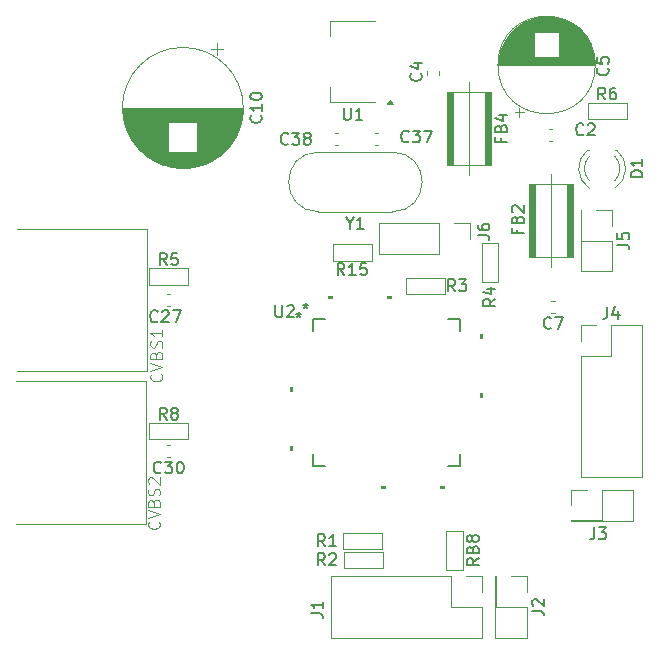
<source format=gbr>
%TF.GenerationSoftware,KiCad,Pcbnew,9.0.0*%
%TF.CreationDate,2025-03-16T19:50:11+02:00*%
%TF.ProjectId,TVP5147M1_decoder,54565035-3134-4374-9d31-5f6465636f64,rev?*%
%TF.SameCoordinates,Original*%
%TF.FileFunction,Legend,Top*%
%TF.FilePolarity,Positive*%
%FSLAX46Y46*%
G04 Gerber Fmt 4.6, Leading zero omitted, Abs format (unit mm)*
G04 Created by KiCad (PCBNEW 9.0.0) date 2025-03-16 19:50:11*
%MOMM*%
%LPD*%
G01*
G04 APERTURE LIST*
%ADD10C,0.150000*%
%ADD11C,0.100000*%
%ADD12C,0.120000*%
%ADD13C,0.000000*%
%ADD14C,0.152400*%
G04 APERTURE END LIST*
D10*
X141908333Y-69759580D02*
X141860714Y-69807200D01*
X141860714Y-69807200D02*
X141717857Y-69854819D01*
X141717857Y-69854819D02*
X141622619Y-69854819D01*
X141622619Y-69854819D02*
X141479762Y-69807200D01*
X141479762Y-69807200D02*
X141384524Y-69711961D01*
X141384524Y-69711961D02*
X141336905Y-69616723D01*
X141336905Y-69616723D02*
X141289286Y-69426247D01*
X141289286Y-69426247D02*
X141289286Y-69283390D01*
X141289286Y-69283390D02*
X141336905Y-69092914D01*
X141336905Y-69092914D02*
X141384524Y-68997676D01*
X141384524Y-68997676D02*
X141479762Y-68902438D01*
X141479762Y-68902438D02*
X141622619Y-68854819D01*
X141622619Y-68854819D02*
X141717857Y-68854819D01*
X141717857Y-68854819D02*
X141860714Y-68902438D01*
X141860714Y-68902438D02*
X141908333Y-68950057D01*
X142289286Y-68950057D02*
X142336905Y-68902438D01*
X142336905Y-68902438D02*
X142432143Y-68854819D01*
X142432143Y-68854819D02*
X142670238Y-68854819D01*
X142670238Y-68854819D02*
X142765476Y-68902438D01*
X142765476Y-68902438D02*
X142813095Y-68950057D01*
X142813095Y-68950057D02*
X142860714Y-69045295D01*
X142860714Y-69045295D02*
X142860714Y-69140533D01*
X142860714Y-69140533D02*
X142813095Y-69283390D01*
X142813095Y-69283390D02*
X142241667Y-69854819D01*
X142241667Y-69854819D02*
X142860714Y-69854819D01*
X146914819Y-73408094D02*
X145914819Y-73408094D01*
X145914819Y-73408094D02*
X145914819Y-73169999D01*
X145914819Y-73169999D02*
X145962438Y-73027142D01*
X145962438Y-73027142D02*
X146057676Y-72931904D01*
X146057676Y-72931904D02*
X146152914Y-72884285D01*
X146152914Y-72884285D02*
X146343390Y-72836666D01*
X146343390Y-72836666D02*
X146486247Y-72836666D01*
X146486247Y-72836666D02*
X146676723Y-72884285D01*
X146676723Y-72884285D02*
X146771961Y-72931904D01*
X146771961Y-72931904D02*
X146867200Y-73027142D01*
X146867200Y-73027142D02*
X146914819Y-73169999D01*
X146914819Y-73169999D02*
X146914819Y-73408094D01*
X146914819Y-71884285D02*
X146914819Y-72455713D01*
X146914819Y-72169999D02*
X145914819Y-72169999D01*
X145914819Y-72169999D02*
X146057676Y-72265237D01*
X146057676Y-72265237D02*
X146152914Y-72360475D01*
X146152914Y-72360475D02*
X146200533Y-72455713D01*
X127117150Y-70359580D02*
X127069531Y-70407200D01*
X127069531Y-70407200D02*
X126926674Y-70454819D01*
X126926674Y-70454819D02*
X126831436Y-70454819D01*
X126831436Y-70454819D02*
X126688579Y-70407200D01*
X126688579Y-70407200D02*
X126593341Y-70311961D01*
X126593341Y-70311961D02*
X126545722Y-70216723D01*
X126545722Y-70216723D02*
X126498103Y-70026247D01*
X126498103Y-70026247D02*
X126498103Y-69883390D01*
X126498103Y-69883390D02*
X126545722Y-69692914D01*
X126545722Y-69692914D02*
X126593341Y-69597676D01*
X126593341Y-69597676D02*
X126688579Y-69502438D01*
X126688579Y-69502438D02*
X126831436Y-69454819D01*
X126831436Y-69454819D02*
X126926674Y-69454819D01*
X126926674Y-69454819D02*
X127069531Y-69502438D01*
X127069531Y-69502438D02*
X127117150Y-69550057D01*
X127450484Y-69454819D02*
X128069531Y-69454819D01*
X128069531Y-69454819D02*
X127736198Y-69835771D01*
X127736198Y-69835771D02*
X127879055Y-69835771D01*
X127879055Y-69835771D02*
X127974293Y-69883390D01*
X127974293Y-69883390D02*
X128021912Y-69931009D01*
X128021912Y-69931009D02*
X128069531Y-70026247D01*
X128069531Y-70026247D02*
X128069531Y-70264342D01*
X128069531Y-70264342D02*
X128021912Y-70359580D01*
X128021912Y-70359580D02*
X127974293Y-70407200D01*
X127974293Y-70407200D02*
X127879055Y-70454819D01*
X127879055Y-70454819D02*
X127593341Y-70454819D01*
X127593341Y-70454819D02*
X127498103Y-70407200D01*
X127498103Y-70407200D02*
X127450484Y-70359580D01*
X128402865Y-69454819D02*
X129069531Y-69454819D01*
X129069531Y-69454819D02*
X128640960Y-70454819D01*
X115838095Y-84254819D02*
X115838095Y-85064342D01*
X115838095Y-85064342D02*
X115885714Y-85159580D01*
X115885714Y-85159580D02*
X115933333Y-85207200D01*
X115933333Y-85207200D02*
X116028571Y-85254819D01*
X116028571Y-85254819D02*
X116219047Y-85254819D01*
X116219047Y-85254819D02*
X116314285Y-85207200D01*
X116314285Y-85207200D02*
X116361904Y-85159580D01*
X116361904Y-85159580D02*
X116409523Y-85064342D01*
X116409523Y-85064342D02*
X116409523Y-84254819D01*
X116838095Y-84350057D02*
X116885714Y-84302438D01*
X116885714Y-84302438D02*
X116980952Y-84254819D01*
X116980952Y-84254819D02*
X117219047Y-84254819D01*
X117219047Y-84254819D02*
X117314285Y-84302438D01*
X117314285Y-84302438D02*
X117361904Y-84350057D01*
X117361904Y-84350057D02*
X117409523Y-84445295D01*
X117409523Y-84445295D02*
X117409523Y-84540533D01*
X117409523Y-84540533D02*
X117361904Y-84683390D01*
X117361904Y-84683390D02*
X116790476Y-85254819D01*
X116790476Y-85254819D02*
X117409523Y-85254819D01*
X118400000Y-84054819D02*
X118400000Y-84292914D01*
X118161905Y-84197676D02*
X118400000Y-84292914D01*
X118400000Y-84292914D02*
X118638095Y-84197676D01*
X118257143Y-84483390D02*
X118400000Y-84292914D01*
X118400000Y-84292914D02*
X118542857Y-84483390D01*
X117800000Y-84854819D02*
X117800000Y-85092914D01*
X117561905Y-84997676D02*
X117800000Y-85092914D01*
X117800000Y-85092914D02*
X118038095Y-84997676D01*
X117657143Y-85283390D02*
X117800000Y-85092914D01*
X117800000Y-85092914D02*
X117942857Y-85283390D01*
X136331009Y-77833333D02*
X136331009Y-78166666D01*
X136854819Y-78166666D02*
X135854819Y-78166666D01*
X135854819Y-78166666D02*
X135854819Y-77690476D01*
X136331009Y-76976190D02*
X136378628Y-76833333D01*
X136378628Y-76833333D02*
X136426247Y-76785714D01*
X136426247Y-76785714D02*
X136521485Y-76738095D01*
X136521485Y-76738095D02*
X136664342Y-76738095D01*
X136664342Y-76738095D02*
X136759580Y-76785714D01*
X136759580Y-76785714D02*
X136807200Y-76833333D01*
X136807200Y-76833333D02*
X136854819Y-76928571D01*
X136854819Y-76928571D02*
X136854819Y-77309523D01*
X136854819Y-77309523D02*
X135854819Y-77309523D01*
X135854819Y-77309523D02*
X135854819Y-76976190D01*
X135854819Y-76976190D02*
X135902438Y-76880952D01*
X135902438Y-76880952D02*
X135950057Y-76833333D01*
X135950057Y-76833333D02*
X136045295Y-76785714D01*
X136045295Y-76785714D02*
X136140533Y-76785714D01*
X136140533Y-76785714D02*
X136235771Y-76833333D01*
X136235771Y-76833333D02*
X136283390Y-76880952D01*
X136283390Y-76880952D02*
X136331009Y-76976190D01*
X136331009Y-76976190D02*
X136331009Y-77309523D01*
X135950057Y-76357142D02*
X135902438Y-76309523D01*
X135902438Y-76309523D02*
X135854819Y-76214285D01*
X135854819Y-76214285D02*
X135854819Y-75976190D01*
X135854819Y-75976190D02*
X135902438Y-75880952D01*
X135902438Y-75880952D02*
X135950057Y-75833333D01*
X135950057Y-75833333D02*
X136045295Y-75785714D01*
X136045295Y-75785714D02*
X136140533Y-75785714D01*
X136140533Y-75785714D02*
X136283390Y-75833333D01*
X136283390Y-75833333D02*
X136854819Y-76404761D01*
X136854819Y-76404761D02*
X136854819Y-75785714D01*
X121682142Y-81684819D02*
X121348809Y-81208628D01*
X121110714Y-81684819D02*
X121110714Y-80684819D01*
X121110714Y-80684819D02*
X121491666Y-80684819D01*
X121491666Y-80684819D02*
X121586904Y-80732438D01*
X121586904Y-80732438D02*
X121634523Y-80780057D01*
X121634523Y-80780057D02*
X121682142Y-80875295D01*
X121682142Y-80875295D02*
X121682142Y-81018152D01*
X121682142Y-81018152D02*
X121634523Y-81113390D01*
X121634523Y-81113390D02*
X121586904Y-81161009D01*
X121586904Y-81161009D02*
X121491666Y-81208628D01*
X121491666Y-81208628D02*
X121110714Y-81208628D01*
X122634523Y-81684819D02*
X122063095Y-81684819D01*
X122348809Y-81684819D02*
X122348809Y-80684819D01*
X122348809Y-80684819D02*
X122253571Y-80827676D01*
X122253571Y-80827676D02*
X122158333Y-80922914D01*
X122158333Y-80922914D02*
X122063095Y-80970533D01*
X123539285Y-80684819D02*
X123063095Y-80684819D01*
X123063095Y-80684819D02*
X123015476Y-81161009D01*
X123015476Y-81161009D02*
X123063095Y-81113390D01*
X123063095Y-81113390D02*
X123158333Y-81065771D01*
X123158333Y-81065771D02*
X123396428Y-81065771D01*
X123396428Y-81065771D02*
X123491666Y-81113390D01*
X123491666Y-81113390D02*
X123539285Y-81161009D01*
X123539285Y-81161009D02*
X123586904Y-81256247D01*
X123586904Y-81256247D02*
X123586904Y-81494342D01*
X123586904Y-81494342D02*
X123539285Y-81589580D01*
X123539285Y-81589580D02*
X123491666Y-81637200D01*
X123491666Y-81637200D02*
X123396428Y-81684819D01*
X123396428Y-81684819D02*
X123158333Y-81684819D01*
X123158333Y-81684819D02*
X123063095Y-81637200D01*
X123063095Y-81637200D02*
X123015476Y-81589580D01*
X139170833Y-86159580D02*
X139123214Y-86207200D01*
X139123214Y-86207200D02*
X138980357Y-86254819D01*
X138980357Y-86254819D02*
X138885119Y-86254819D01*
X138885119Y-86254819D02*
X138742262Y-86207200D01*
X138742262Y-86207200D02*
X138647024Y-86111961D01*
X138647024Y-86111961D02*
X138599405Y-86016723D01*
X138599405Y-86016723D02*
X138551786Y-85826247D01*
X138551786Y-85826247D02*
X138551786Y-85683390D01*
X138551786Y-85683390D02*
X138599405Y-85492914D01*
X138599405Y-85492914D02*
X138647024Y-85397676D01*
X138647024Y-85397676D02*
X138742262Y-85302438D01*
X138742262Y-85302438D02*
X138885119Y-85254819D01*
X138885119Y-85254819D02*
X138980357Y-85254819D01*
X138980357Y-85254819D02*
X139123214Y-85302438D01*
X139123214Y-85302438D02*
X139170833Y-85350057D01*
X139504167Y-85254819D02*
X140170833Y-85254819D01*
X140170833Y-85254819D02*
X139742262Y-86254819D01*
X114609580Y-68175180D02*
X114657200Y-68222799D01*
X114657200Y-68222799D02*
X114704819Y-68365656D01*
X114704819Y-68365656D02*
X114704819Y-68460894D01*
X114704819Y-68460894D02*
X114657200Y-68603751D01*
X114657200Y-68603751D02*
X114561961Y-68698989D01*
X114561961Y-68698989D02*
X114466723Y-68746608D01*
X114466723Y-68746608D02*
X114276247Y-68794227D01*
X114276247Y-68794227D02*
X114133390Y-68794227D01*
X114133390Y-68794227D02*
X113942914Y-68746608D01*
X113942914Y-68746608D02*
X113847676Y-68698989D01*
X113847676Y-68698989D02*
X113752438Y-68603751D01*
X113752438Y-68603751D02*
X113704819Y-68460894D01*
X113704819Y-68460894D02*
X113704819Y-68365656D01*
X113704819Y-68365656D02*
X113752438Y-68222799D01*
X113752438Y-68222799D02*
X113800057Y-68175180D01*
X114704819Y-67222799D02*
X114704819Y-67794227D01*
X114704819Y-67508513D02*
X113704819Y-67508513D01*
X113704819Y-67508513D02*
X113847676Y-67603751D01*
X113847676Y-67603751D02*
X113942914Y-67698989D01*
X113942914Y-67698989D02*
X113990533Y-67794227D01*
X113704819Y-66603751D02*
X113704819Y-66508513D01*
X113704819Y-66508513D02*
X113752438Y-66413275D01*
X113752438Y-66413275D02*
X113800057Y-66365656D01*
X113800057Y-66365656D02*
X113895295Y-66318037D01*
X113895295Y-66318037D02*
X114085771Y-66270418D01*
X114085771Y-66270418D02*
X114323866Y-66270418D01*
X114323866Y-66270418D02*
X114514342Y-66318037D01*
X114514342Y-66318037D02*
X114609580Y-66365656D01*
X114609580Y-66365656D02*
X114657200Y-66413275D01*
X114657200Y-66413275D02*
X114704819Y-66508513D01*
X114704819Y-66508513D02*
X114704819Y-66603751D01*
X114704819Y-66603751D02*
X114657200Y-66698989D01*
X114657200Y-66698989D02*
X114609580Y-66746608D01*
X114609580Y-66746608D02*
X114514342Y-66794227D01*
X114514342Y-66794227D02*
X114323866Y-66841846D01*
X114323866Y-66841846D02*
X114085771Y-66841846D01*
X114085771Y-66841846D02*
X113895295Y-66794227D01*
X113895295Y-66794227D02*
X113800057Y-66746608D01*
X113800057Y-66746608D02*
X113752438Y-66698989D01*
X113752438Y-66698989D02*
X113704819Y-66603751D01*
D11*
X105962180Y-102571428D02*
X106009800Y-102619047D01*
X106009800Y-102619047D02*
X106057419Y-102761904D01*
X106057419Y-102761904D02*
X106057419Y-102857142D01*
X106057419Y-102857142D02*
X106009800Y-102999999D01*
X106009800Y-102999999D02*
X105914561Y-103095237D01*
X105914561Y-103095237D02*
X105819323Y-103142856D01*
X105819323Y-103142856D02*
X105628847Y-103190475D01*
X105628847Y-103190475D02*
X105485990Y-103190475D01*
X105485990Y-103190475D02*
X105295514Y-103142856D01*
X105295514Y-103142856D02*
X105200276Y-103095237D01*
X105200276Y-103095237D02*
X105105038Y-102999999D01*
X105105038Y-102999999D02*
X105057419Y-102857142D01*
X105057419Y-102857142D02*
X105057419Y-102761904D01*
X105057419Y-102761904D02*
X105105038Y-102619047D01*
X105105038Y-102619047D02*
X105152657Y-102571428D01*
X105057419Y-102285713D02*
X106057419Y-101952380D01*
X106057419Y-101952380D02*
X105057419Y-101619047D01*
X105533609Y-100952380D02*
X105581228Y-100809523D01*
X105581228Y-100809523D02*
X105628847Y-100761904D01*
X105628847Y-100761904D02*
X105724085Y-100714285D01*
X105724085Y-100714285D02*
X105866942Y-100714285D01*
X105866942Y-100714285D02*
X105962180Y-100761904D01*
X105962180Y-100761904D02*
X106009800Y-100809523D01*
X106009800Y-100809523D02*
X106057419Y-100904761D01*
X106057419Y-100904761D02*
X106057419Y-101285713D01*
X106057419Y-101285713D02*
X105057419Y-101285713D01*
X105057419Y-101285713D02*
X105057419Y-100952380D01*
X105057419Y-100952380D02*
X105105038Y-100857142D01*
X105105038Y-100857142D02*
X105152657Y-100809523D01*
X105152657Y-100809523D02*
X105247895Y-100761904D01*
X105247895Y-100761904D02*
X105343133Y-100761904D01*
X105343133Y-100761904D02*
X105438371Y-100809523D01*
X105438371Y-100809523D02*
X105485990Y-100857142D01*
X105485990Y-100857142D02*
X105533609Y-100952380D01*
X105533609Y-100952380D02*
X105533609Y-101285713D01*
X106009800Y-100333332D02*
X106057419Y-100190475D01*
X106057419Y-100190475D02*
X106057419Y-99952380D01*
X106057419Y-99952380D02*
X106009800Y-99857142D01*
X106009800Y-99857142D02*
X105962180Y-99809523D01*
X105962180Y-99809523D02*
X105866942Y-99761904D01*
X105866942Y-99761904D02*
X105771704Y-99761904D01*
X105771704Y-99761904D02*
X105676466Y-99809523D01*
X105676466Y-99809523D02*
X105628847Y-99857142D01*
X105628847Y-99857142D02*
X105581228Y-99952380D01*
X105581228Y-99952380D02*
X105533609Y-100142856D01*
X105533609Y-100142856D02*
X105485990Y-100238094D01*
X105485990Y-100238094D02*
X105438371Y-100285713D01*
X105438371Y-100285713D02*
X105343133Y-100333332D01*
X105343133Y-100333332D02*
X105247895Y-100333332D01*
X105247895Y-100333332D02*
X105152657Y-100285713D01*
X105152657Y-100285713D02*
X105105038Y-100238094D01*
X105105038Y-100238094D02*
X105057419Y-100142856D01*
X105057419Y-100142856D02*
X105057419Y-99904761D01*
X105057419Y-99904761D02*
X105105038Y-99761904D01*
X105152657Y-99380951D02*
X105105038Y-99333332D01*
X105105038Y-99333332D02*
X105057419Y-99238094D01*
X105057419Y-99238094D02*
X105057419Y-98999999D01*
X105057419Y-98999999D02*
X105105038Y-98904761D01*
X105105038Y-98904761D02*
X105152657Y-98857142D01*
X105152657Y-98857142D02*
X105247895Y-98809523D01*
X105247895Y-98809523D02*
X105343133Y-98809523D01*
X105343133Y-98809523D02*
X105485990Y-98857142D01*
X105485990Y-98857142D02*
X106057419Y-99428570D01*
X106057419Y-99428570D02*
X106057419Y-98809523D01*
D10*
X143758333Y-66824819D02*
X143425000Y-66348628D01*
X143186905Y-66824819D02*
X143186905Y-65824819D01*
X143186905Y-65824819D02*
X143567857Y-65824819D01*
X143567857Y-65824819D02*
X143663095Y-65872438D01*
X143663095Y-65872438D02*
X143710714Y-65920057D01*
X143710714Y-65920057D02*
X143758333Y-66015295D01*
X143758333Y-66015295D02*
X143758333Y-66158152D01*
X143758333Y-66158152D02*
X143710714Y-66253390D01*
X143710714Y-66253390D02*
X143663095Y-66301009D01*
X143663095Y-66301009D02*
X143567857Y-66348628D01*
X143567857Y-66348628D02*
X143186905Y-66348628D01*
X144615476Y-65824819D02*
X144425000Y-65824819D01*
X144425000Y-65824819D02*
X144329762Y-65872438D01*
X144329762Y-65872438D02*
X144282143Y-65920057D01*
X144282143Y-65920057D02*
X144186905Y-66062914D01*
X144186905Y-66062914D02*
X144139286Y-66253390D01*
X144139286Y-66253390D02*
X144139286Y-66634342D01*
X144139286Y-66634342D02*
X144186905Y-66729580D01*
X144186905Y-66729580D02*
X144234524Y-66777200D01*
X144234524Y-66777200D02*
X144329762Y-66824819D01*
X144329762Y-66824819D02*
X144520238Y-66824819D01*
X144520238Y-66824819D02*
X144615476Y-66777200D01*
X144615476Y-66777200D02*
X144663095Y-66729580D01*
X144663095Y-66729580D02*
X144710714Y-66634342D01*
X144710714Y-66634342D02*
X144710714Y-66396247D01*
X144710714Y-66396247D02*
X144663095Y-66301009D01*
X144663095Y-66301009D02*
X144615476Y-66253390D01*
X144615476Y-66253390D02*
X144520238Y-66205771D01*
X144520238Y-66205771D02*
X144329762Y-66205771D01*
X144329762Y-66205771D02*
X144234524Y-66253390D01*
X144234524Y-66253390D02*
X144186905Y-66301009D01*
X144186905Y-66301009D02*
X144139286Y-66396247D01*
X133054819Y-105666666D02*
X132578628Y-105999999D01*
X133054819Y-106238094D02*
X132054819Y-106238094D01*
X132054819Y-106238094D02*
X132054819Y-105857142D01*
X132054819Y-105857142D02*
X132102438Y-105761904D01*
X132102438Y-105761904D02*
X132150057Y-105714285D01*
X132150057Y-105714285D02*
X132245295Y-105666666D01*
X132245295Y-105666666D02*
X132388152Y-105666666D01*
X132388152Y-105666666D02*
X132483390Y-105714285D01*
X132483390Y-105714285D02*
X132531009Y-105761904D01*
X132531009Y-105761904D02*
X132578628Y-105857142D01*
X132578628Y-105857142D02*
X132578628Y-106238094D01*
X132531009Y-104904761D02*
X132578628Y-104761904D01*
X132578628Y-104761904D02*
X132626247Y-104714285D01*
X132626247Y-104714285D02*
X132721485Y-104666666D01*
X132721485Y-104666666D02*
X132864342Y-104666666D01*
X132864342Y-104666666D02*
X132959580Y-104714285D01*
X132959580Y-104714285D02*
X133007200Y-104761904D01*
X133007200Y-104761904D02*
X133054819Y-104857142D01*
X133054819Y-104857142D02*
X133054819Y-105238094D01*
X133054819Y-105238094D02*
X132054819Y-105238094D01*
X132054819Y-105238094D02*
X132054819Y-104904761D01*
X132054819Y-104904761D02*
X132102438Y-104809523D01*
X132102438Y-104809523D02*
X132150057Y-104761904D01*
X132150057Y-104761904D02*
X132245295Y-104714285D01*
X132245295Y-104714285D02*
X132340533Y-104714285D01*
X132340533Y-104714285D02*
X132435771Y-104761904D01*
X132435771Y-104761904D02*
X132483390Y-104809523D01*
X132483390Y-104809523D02*
X132531009Y-104904761D01*
X132531009Y-104904761D02*
X132531009Y-105238094D01*
X132483390Y-104095237D02*
X132435771Y-104190475D01*
X132435771Y-104190475D02*
X132388152Y-104238094D01*
X132388152Y-104238094D02*
X132292914Y-104285713D01*
X132292914Y-104285713D02*
X132245295Y-104285713D01*
X132245295Y-104285713D02*
X132150057Y-104238094D01*
X132150057Y-104238094D02*
X132102438Y-104190475D01*
X132102438Y-104190475D02*
X132054819Y-104095237D01*
X132054819Y-104095237D02*
X132054819Y-103904761D01*
X132054819Y-103904761D02*
X132102438Y-103809523D01*
X132102438Y-103809523D02*
X132150057Y-103761904D01*
X132150057Y-103761904D02*
X132245295Y-103714285D01*
X132245295Y-103714285D02*
X132292914Y-103714285D01*
X132292914Y-103714285D02*
X132388152Y-103761904D01*
X132388152Y-103761904D02*
X132435771Y-103809523D01*
X132435771Y-103809523D02*
X132483390Y-103904761D01*
X132483390Y-103904761D02*
X132483390Y-104095237D01*
X132483390Y-104095237D02*
X132531009Y-104190475D01*
X132531009Y-104190475D02*
X132578628Y-104238094D01*
X132578628Y-104238094D02*
X132673866Y-104285713D01*
X132673866Y-104285713D02*
X132864342Y-104285713D01*
X132864342Y-104285713D02*
X132959580Y-104238094D01*
X132959580Y-104238094D02*
X133007200Y-104190475D01*
X133007200Y-104190475D02*
X133054819Y-104095237D01*
X133054819Y-104095237D02*
X133054819Y-103904761D01*
X133054819Y-103904761D02*
X133007200Y-103809523D01*
X133007200Y-103809523D02*
X132959580Y-103761904D01*
X132959580Y-103761904D02*
X132864342Y-103714285D01*
X132864342Y-103714285D02*
X132673866Y-103714285D01*
X132673866Y-103714285D02*
X132578628Y-103761904D01*
X132578628Y-103761904D02*
X132531009Y-103809523D01*
X132531009Y-103809523D02*
X132483390Y-103904761D01*
X132954819Y-78333333D02*
X133669104Y-78333333D01*
X133669104Y-78333333D02*
X133811961Y-78380952D01*
X133811961Y-78380952D02*
X133907200Y-78476190D01*
X133907200Y-78476190D02*
X133954819Y-78619047D01*
X133954819Y-78619047D02*
X133954819Y-78714285D01*
X132954819Y-77428571D02*
X132954819Y-77619047D01*
X132954819Y-77619047D02*
X133002438Y-77714285D01*
X133002438Y-77714285D02*
X133050057Y-77761904D01*
X133050057Y-77761904D02*
X133192914Y-77857142D01*
X133192914Y-77857142D02*
X133383390Y-77904761D01*
X133383390Y-77904761D02*
X133764342Y-77904761D01*
X133764342Y-77904761D02*
X133859580Y-77857142D01*
X133859580Y-77857142D02*
X133907200Y-77809523D01*
X133907200Y-77809523D02*
X133954819Y-77714285D01*
X133954819Y-77714285D02*
X133954819Y-77523809D01*
X133954819Y-77523809D02*
X133907200Y-77428571D01*
X133907200Y-77428571D02*
X133859580Y-77380952D01*
X133859580Y-77380952D02*
X133764342Y-77333333D01*
X133764342Y-77333333D02*
X133526247Y-77333333D01*
X133526247Y-77333333D02*
X133431009Y-77380952D01*
X133431009Y-77380952D02*
X133383390Y-77428571D01*
X133383390Y-77428571D02*
X133335771Y-77523809D01*
X133335771Y-77523809D02*
X133335771Y-77714285D01*
X133335771Y-77714285D02*
X133383390Y-77809523D01*
X133383390Y-77809523D02*
X133431009Y-77857142D01*
X133431009Y-77857142D02*
X133526247Y-77904761D01*
X144784819Y-79103333D02*
X145499104Y-79103333D01*
X145499104Y-79103333D02*
X145641961Y-79150952D01*
X145641961Y-79150952D02*
X145737200Y-79246190D01*
X145737200Y-79246190D02*
X145784819Y-79389047D01*
X145784819Y-79389047D02*
X145784819Y-79484285D01*
X144784819Y-78150952D02*
X144784819Y-78627142D01*
X144784819Y-78627142D02*
X145261009Y-78674761D01*
X145261009Y-78674761D02*
X145213390Y-78627142D01*
X145213390Y-78627142D02*
X145165771Y-78531904D01*
X145165771Y-78531904D02*
X145165771Y-78293809D01*
X145165771Y-78293809D02*
X145213390Y-78198571D01*
X145213390Y-78198571D02*
X145261009Y-78150952D01*
X145261009Y-78150952D02*
X145356247Y-78103333D01*
X145356247Y-78103333D02*
X145594342Y-78103333D01*
X145594342Y-78103333D02*
X145689580Y-78150952D01*
X145689580Y-78150952D02*
X145737200Y-78198571D01*
X145737200Y-78198571D02*
X145784819Y-78293809D01*
X145784819Y-78293809D02*
X145784819Y-78531904D01*
X145784819Y-78531904D02*
X145737200Y-78627142D01*
X145737200Y-78627142D02*
X145689580Y-78674761D01*
X120033333Y-104654819D02*
X119700000Y-104178628D01*
X119461905Y-104654819D02*
X119461905Y-103654819D01*
X119461905Y-103654819D02*
X119842857Y-103654819D01*
X119842857Y-103654819D02*
X119938095Y-103702438D01*
X119938095Y-103702438D02*
X119985714Y-103750057D01*
X119985714Y-103750057D02*
X120033333Y-103845295D01*
X120033333Y-103845295D02*
X120033333Y-103988152D01*
X120033333Y-103988152D02*
X119985714Y-104083390D01*
X119985714Y-104083390D02*
X119938095Y-104131009D01*
X119938095Y-104131009D02*
X119842857Y-104178628D01*
X119842857Y-104178628D02*
X119461905Y-104178628D01*
X120985714Y-104654819D02*
X120414286Y-104654819D01*
X120700000Y-104654819D02*
X120700000Y-103654819D01*
X120700000Y-103654819D02*
X120604762Y-103797676D01*
X120604762Y-103797676D02*
X120509524Y-103892914D01*
X120509524Y-103892914D02*
X120414286Y-103940533D01*
X143959580Y-64166666D02*
X144007200Y-64214285D01*
X144007200Y-64214285D02*
X144054819Y-64357142D01*
X144054819Y-64357142D02*
X144054819Y-64452380D01*
X144054819Y-64452380D02*
X144007200Y-64595237D01*
X144007200Y-64595237D02*
X143911961Y-64690475D01*
X143911961Y-64690475D02*
X143816723Y-64738094D01*
X143816723Y-64738094D02*
X143626247Y-64785713D01*
X143626247Y-64785713D02*
X143483390Y-64785713D01*
X143483390Y-64785713D02*
X143292914Y-64738094D01*
X143292914Y-64738094D02*
X143197676Y-64690475D01*
X143197676Y-64690475D02*
X143102438Y-64595237D01*
X143102438Y-64595237D02*
X143054819Y-64452380D01*
X143054819Y-64452380D02*
X143054819Y-64357142D01*
X143054819Y-64357142D02*
X143102438Y-64214285D01*
X143102438Y-64214285D02*
X143150057Y-64166666D01*
X143054819Y-63261904D02*
X143054819Y-63738094D01*
X143054819Y-63738094D02*
X143531009Y-63785713D01*
X143531009Y-63785713D02*
X143483390Y-63738094D01*
X143483390Y-63738094D02*
X143435771Y-63642856D01*
X143435771Y-63642856D02*
X143435771Y-63404761D01*
X143435771Y-63404761D02*
X143483390Y-63309523D01*
X143483390Y-63309523D02*
X143531009Y-63261904D01*
X143531009Y-63261904D02*
X143626247Y-63214285D01*
X143626247Y-63214285D02*
X143864342Y-63214285D01*
X143864342Y-63214285D02*
X143959580Y-63261904D01*
X143959580Y-63261904D02*
X144007200Y-63309523D01*
X144007200Y-63309523D02*
X144054819Y-63404761D01*
X144054819Y-63404761D02*
X144054819Y-63642856D01*
X144054819Y-63642856D02*
X144007200Y-63738094D01*
X144007200Y-63738094D02*
X143959580Y-63785713D01*
X106633333Y-80824819D02*
X106300000Y-80348628D01*
X106061905Y-80824819D02*
X106061905Y-79824819D01*
X106061905Y-79824819D02*
X106442857Y-79824819D01*
X106442857Y-79824819D02*
X106538095Y-79872438D01*
X106538095Y-79872438D02*
X106585714Y-79920057D01*
X106585714Y-79920057D02*
X106633333Y-80015295D01*
X106633333Y-80015295D02*
X106633333Y-80158152D01*
X106633333Y-80158152D02*
X106585714Y-80253390D01*
X106585714Y-80253390D02*
X106538095Y-80301009D01*
X106538095Y-80301009D02*
X106442857Y-80348628D01*
X106442857Y-80348628D02*
X106061905Y-80348628D01*
X107538095Y-79824819D02*
X107061905Y-79824819D01*
X107061905Y-79824819D02*
X107014286Y-80301009D01*
X107014286Y-80301009D02*
X107061905Y-80253390D01*
X107061905Y-80253390D02*
X107157143Y-80205771D01*
X107157143Y-80205771D02*
X107395238Y-80205771D01*
X107395238Y-80205771D02*
X107490476Y-80253390D01*
X107490476Y-80253390D02*
X107538095Y-80301009D01*
X107538095Y-80301009D02*
X107585714Y-80396247D01*
X107585714Y-80396247D02*
X107585714Y-80634342D01*
X107585714Y-80634342D02*
X107538095Y-80729580D01*
X107538095Y-80729580D02*
X107490476Y-80777200D01*
X107490476Y-80777200D02*
X107395238Y-80824819D01*
X107395238Y-80824819D02*
X107157143Y-80824819D01*
X107157143Y-80824819D02*
X107061905Y-80777200D01*
X107061905Y-80777200D02*
X107014286Y-80729580D01*
X143936666Y-84384819D02*
X143936666Y-85099104D01*
X143936666Y-85099104D02*
X143889047Y-85241961D01*
X143889047Y-85241961D02*
X143793809Y-85337200D01*
X143793809Y-85337200D02*
X143650952Y-85384819D01*
X143650952Y-85384819D02*
X143555714Y-85384819D01*
X144841428Y-84718152D02*
X144841428Y-85384819D01*
X144603333Y-84337200D02*
X144365238Y-85051485D01*
X144365238Y-85051485D02*
X144984285Y-85051485D01*
X134454819Y-83704666D02*
X133978628Y-84037999D01*
X134454819Y-84276094D02*
X133454819Y-84276094D01*
X133454819Y-84276094D02*
X133454819Y-83895142D01*
X133454819Y-83895142D02*
X133502438Y-83799904D01*
X133502438Y-83799904D02*
X133550057Y-83752285D01*
X133550057Y-83752285D02*
X133645295Y-83704666D01*
X133645295Y-83704666D02*
X133788152Y-83704666D01*
X133788152Y-83704666D02*
X133883390Y-83752285D01*
X133883390Y-83752285D02*
X133931009Y-83799904D01*
X133931009Y-83799904D02*
X133978628Y-83895142D01*
X133978628Y-83895142D02*
X133978628Y-84276094D01*
X133788152Y-82847523D02*
X134454819Y-82847523D01*
X133407200Y-83085618D02*
X134121485Y-83323713D01*
X134121485Y-83323713D02*
X134121485Y-82704666D01*
X106633333Y-93924819D02*
X106300000Y-93448628D01*
X106061905Y-93924819D02*
X106061905Y-92924819D01*
X106061905Y-92924819D02*
X106442857Y-92924819D01*
X106442857Y-92924819D02*
X106538095Y-92972438D01*
X106538095Y-92972438D02*
X106585714Y-93020057D01*
X106585714Y-93020057D02*
X106633333Y-93115295D01*
X106633333Y-93115295D02*
X106633333Y-93258152D01*
X106633333Y-93258152D02*
X106585714Y-93353390D01*
X106585714Y-93353390D02*
X106538095Y-93401009D01*
X106538095Y-93401009D02*
X106442857Y-93448628D01*
X106442857Y-93448628D02*
X106061905Y-93448628D01*
X107204762Y-93353390D02*
X107109524Y-93305771D01*
X107109524Y-93305771D02*
X107061905Y-93258152D01*
X107061905Y-93258152D02*
X107014286Y-93162914D01*
X107014286Y-93162914D02*
X107014286Y-93115295D01*
X107014286Y-93115295D02*
X107061905Y-93020057D01*
X107061905Y-93020057D02*
X107109524Y-92972438D01*
X107109524Y-92972438D02*
X107204762Y-92924819D01*
X107204762Y-92924819D02*
X107395238Y-92924819D01*
X107395238Y-92924819D02*
X107490476Y-92972438D01*
X107490476Y-92972438D02*
X107538095Y-93020057D01*
X107538095Y-93020057D02*
X107585714Y-93115295D01*
X107585714Y-93115295D02*
X107585714Y-93162914D01*
X107585714Y-93162914D02*
X107538095Y-93258152D01*
X107538095Y-93258152D02*
X107490476Y-93305771D01*
X107490476Y-93305771D02*
X107395238Y-93353390D01*
X107395238Y-93353390D02*
X107204762Y-93353390D01*
X107204762Y-93353390D02*
X107109524Y-93401009D01*
X107109524Y-93401009D02*
X107061905Y-93448628D01*
X107061905Y-93448628D02*
X107014286Y-93543866D01*
X107014286Y-93543866D02*
X107014286Y-93734342D01*
X107014286Y-93734342D02*
X107061905Y-93829580D01*
X107061905Y-93829580D02*
X107109524Y-93877200D01*
X107109524Y-93877200D02*
X107204762Y-93924819D01*
X107204762Y-93924819D02*
X107395238Y-93924819D01*
X107395238Y-93924819D02*
X107490476Y-93877200D01*
X107490476Y-93877200D02*
X107538095Y-93829580D01*
X107538095Y-93829580D02*
X107585714Y-93734342D01*
X107585714Y-93734342D02*
X107585714Y-93543866D01*
X107585714Y-93543866D02*
X107538095Y-93448628D01*
X107538095Y-93448628D02*
X107490476Y-93401009D01*
X107490476Y-93401009D02*
X107395238Y-93353390D01*
X142831666Y-103054819D02*
X142831666Y-103769104D01*
X142831666Y-103769104D02*
X142784047Y-103911961D01*
X142784047Y-103911961D02*
X142688809Y-104007200D01*
X142688809Y-104007200D02*
X142545952Y-104054819D01*
X142545952Y-104054819D02*
X142450714Y-104054819D01*
X143212619Y-103054819D02*
X143831666Y-103054819D01*
X143831666Y-103054819D02*
X143498333Y-103435771D01*
X143498333Y-103435771D02*
X143641190Y-103435771D01*
X143641190Y-103435771D02*
X143736428Y-103483390D01*
X143736428Y-103483390D02*
X143784047Y-103531009D01*
X143784047Y-103531009D02*
X143831666Y-103626247D01*
X143831666Y-103626247D02*
X143831666Y-103864342D01*
X143831666Y-103864342D02*
X143784047Y-103959580D01*
X143784047Y-103959580D02*
X143736428Y-104007200D01*
X143736428Y-104007200D02*
X143641190Y-104054819D01*
X143641190Y-104054819D02*
X143355476Y-104054819D01*
X143355476Y-104054819D02*
X143260238Y-104007200D01*
X143260238Y-104007200D02*
X143212619Y-103959580D01*
X121638095Y-67554819D02*
X121638095Y-68364342D01*
X121638095Y-68364342D02*
X121685714Y-68459580D01*
X121685714Y-68459580D02*
X121733333Y-68507200D01*
X121733333Y-68507200D02*
X121828571Y-68554819D01*
X121828571Y-68554819D02*
X122019047Y-68554819D01*
X122019047Y-68554819D02*
X122114285Y-68507200D01*
X122114285Y-68507200D02*
X122161904Y-68459580D01*
X122161904Y-68459580D02*
X122209523Y-68364342D01*
X122209523Y-68364342D02*
X122209523Y-67554819D01*
X123209523Y-68554819D02*
X122638095Y-68554819D01*
X122923809Y-68554819D02*
X122923809Y-67554819D01*
X122923809Y-67554819D02*
X122828571Y-67697676D01*
X122828571Y-67697676D02*
X122733333Y-67792914D01*
X122733333Y-67792914D02*
X122638095Y-67840533D01*
X106157142Y-98389580D02*
X106109523Y-98437200D01*
X106109523Y-98437200D02*
X105966666Y-98484819D01*
X105966666Y-98484819D02*
X105871428Y-98484819D01*
X105871428Y-98484819D02*
X105728571Y-98437200D01*
X105728571Y-98437200D02*
X105633333Y-98341961D01*
X105633333Y-98341961D02*
X105585714Y-98246723D01*
X105585714Y-98246723D02*
X105538095Y-98056247D01*
X105538095Y-98056247D02*
X105538095Y-97913390D01*
X105538095Y-97913390D02*
X105585714Y-97722914D01*
X105585714Y-97722914D02*
X105633333Y-97627676D01*
X105633333Y-97627676D02*
X105728571Y-97532438D01*
X105728571Y-97532438D02*
X105871428Y-97484819D01*
X105871428Y-97484819D02*
X105966666Y-97484819D01*
X105966666Y-97484819D02*
X106109523Y-97532438D01*
X106109523Y-97532438D02*
X106157142Y-97580057D01*
X106490476Y-97484819D02*
X107109523Y-97484819D01*
X107109523Y-97484819D02*
X106776190Y-97865771D01*
X106776190Y-97865771D02*
X106919047Y-97865771D01*
X106919047Y-97865771D02*
X107014285Y-97913390D01*
X107014285Y-97913390D02*
X107061904Y-97961009D01*
X107061904Y-97961009D02*
X107109523Y-98056247D01*
X107109523Y-98056247D02*
X107109523Y-98294342D01*
X107109523Y-98294342D02*
X107061904Y-98389580D01*
X107061904Y-98389580D02*
X107014285Y-98437200D01*
X107014285Y-98437200D02*
X106919047Y-98484819D01*
X106919047Y-98484819D02*
X106633333Y-98484819D01*
X106633333Y-98484819D02*
X106538095Y-98437200D01*
X106538095Y-98437200D02*
X106490476Y-98389580D01*
X107728571Y-97484819D02*
X107823809Y-97484819D01*
X107823809Y-97484819D02*
X107919047Y-97532438D01*
X107919047Y-97532438D02*
X107966666Y-97580057D01*
X107966666Y-97580057D02*
X108014285Y-97675295D01*
X108014285Y-97675295D02*
X108061904Y-97865771D01*
X108061904Y-97865771D02*
X108061904Y-98103866D01*
X108061904Y-98103866D02*
X108014285Y-98294342D01*
X108014285Y-98294342D02*
X107966666Y-98389580D01*
X107966666Y-98389580D02*
X107919047Y-98437200D01*
X107919047Y-98437200D02*
X107823809Y-98484819D01*
X107823809Y-98484819D02*
X107728571Y-98484819D01*
X107728571Y-98484819D02*
X107633333Y-98437200D01*
X107633333Y-98437200D02*
X107585714Y-98389580D01*
X107585714Y-98389580D02*
X107538095Y-98294342D01*
X107538095Y-98294342D02*
X107490476Y-98103866D01*
X107490476Y-98103866D02*
X107490476Y-97865771D01*
X107490476Y-97865771D02*
X107538095Y-97675295D01*
X107538095Y-97675295D02*
X107585714Y-97580057D01*
X107585714Y-97580057D02*
X107633333Y-97532438D01*
X107633333Y-97532438D02*
X107728571Y-97484819D01*
X131058333Y-83054819D02*
X130725000Y-82578628D01*
X130486905Y-83054819D02*
X130486905Y-82054819D01*
X130486905Y-82054819D02*
X130867857Y-82054819D01*
X130867857Y-82054819D02*
X130963095Y-82102438D01*
X130963095Y-82102438D02*
X131010714Y-82150057D01*
X131010714Y-82150057D02*
X131058333Y-82245295D01*
X131058333Y-82245295D02*
X131058333Y-82388152D01*
X131058333Y-82388152D02*
X131010714Y-82483390D01*
X131010714Y-82483390D02*
X130963095Y-82531009D01*
X130963095Y-82531009D02*
X130867857Y-82578628D01*
X130867857Y-82578628D02*
X130486905Y-82578628D01*
X131391667Y-82054819D02*
X132010714Y-82054819D01*
X132010714Y-82054819D02*
X131677381Y-82435771D01*
X131677381Y-82435771D02*
X131820238Y-82435771D01*
X131820238Y-82435771D02*
X131915476Y-82483390D01*
X131915476Y-82483390D02*
X131963095Y-82531009D01*
X131963095Y-82531009D02*
X132010714Y-82626247D01*
X132010714Y-82626247D02*
X132010714Y-82864342D01*
X132010714Y-82864342D02*
X131963095Y-82959580D01*
X131963095Y-82959580D02*
X131915476Y-83007200D01*
X131915476Y-83007200D02*
X131820238Y-83054819D01*
X131820238Y-83054819D02*
X131534524Y-83054819D01*
X131534524Y-83054819D02*
X131439286Y-83007200D01*
X131439286Y-83007200D02*
X131391667Y-82959580D01*
X120033333Y-106254819D02*
X119700000Y-105778628D01*
X119461905Y-106254819D02*
X119461905Y-105254819D01*
X119461905Y-105254819D02*
X119842857Y-105254819D01*
X119842857Y-105254819D02*
X119938095Y-105302438D01*
X119938095Y-105302438D02*
X119985714Y-105350057D01*
X119985714Y-105350057D02*
X120033333Y-105445295D01*
X120033333Y-105445295D02*
X120033333Y-105588152D01*
X120033333Y-105588152D02*
X119985714Y-105683390D01*
X119985714Y-105683390D02*
X119938095Y-105731009D01*
X119938095Y-105731009D02*
X119842857Y-105778628D01*
X119842857Y-105778628D02*
X119461905Y-105778628D01*
X120414286Y-105350057D02*
X120461905Y-105302438D01*
X120461905Y-105302438D02*
X120557143Y-105254819D01*
X120557143Y-105254819D02*
X120795238Y-105254819D01*
X120795238Y-105254819D02*
X120890476Y-105302438D01*
X120890476Y-105302438D02*
X120938095Y-105350057D01*
X120938095Y-105350057D02*
X120985714Y-105445295D01*
X120985714Y-105445295D02*
X120985714Y-105540533D01*
X120985714Y-105540533D02*
X120938095Y-105683390D01*
X120938095Y-105683390D02*
X120366667Y-106254819D01*
X120366667Y-106254819D02*
X120985714Y-106254819D01*
X137584819Y-110128333D02*
X138299104Y-110128333D01*
X138299104Y-110128333D02*
X138441961Y-110175952D01*
X138441961Y-110175952D02*
X138537200Y-110271190D01*
X138537200Y-110271190D02*
X138584819Y-110414047D01*
X138584819Y-110414047D02*
X138584819Y-110509285D01*
X137680057Y-109699761D02*
X137632438Y-109652142D01*
X137632438Y-109652142D02*
X137584819Y-109556904D01*
X137584819Y-109556904D02*
X137584819Y-109318809D01*
X137584819Y-109318809D02*
X137632438Y-109223571D01*
X137632438Y-109223571D02*
X137680057Y-109175952D01*
X137680057Y-109175952D02*
X137775295Y-109128333D01*
X137775295Y-109128333D02*
X137870533Y-109128333D01*
X137870533Y-109128333D02*
X138013390Y-109175952D01*
X138013390Y-109175952D02*
X138584819Y-109747380D01*
X138584819Y-109747380D02*
X138584819Y-109128333D01*
X128159580Y-64620399D02*
X128207200Y-64668018D01*
X128207200Y-64668018D02*
X128254819Y-64810875D01*
X128254819Y-64810875D02*
X128254819Y-64906113D01*
X128254819Y-64906113D02*
X128207200Y-65048970D01*
X128207200Y-65048970D02*
X128111961Y-65144208D01*
X128111961Y-65144208D02*
X128016723Y-65191827D01*
X128016723Y-65191827D02*
X127826247Y-65239446D01*
X127826247Y-65239446D02*
X127683390Y-65239446D01*
X127683390Y-65239446D02*
X127492914Y-65191827D01*
X127492914Y-65191827D02*
X127397676Y-65144208D01*
X127397676Y-65144208D02*
X127302438Y-65048970D01*
X127302438Y-65048970D02*
X127254819Y-64906113D01*
X127254819Y-64906113D02*
X127254819Y-64810875D01*
X127254819Y-64810875D02*
X127302438Y-64668018D01*
X127302438Y-64668018D02*
X127350057Y-64620399D01*
X127588152Y-63763256D02*
X128254819Y-63763256D01*
X127207200Y-64001351D02*
X127921485Y-64239446D01*
X127921485Y-64239446D02*
X127921485Y-63620399D01*
X122133809Y-77303628D02*
X122133809Y-77779819D01*
X121800476Y-76779819D02*
X122133809Y-77303628D01*
X122133809Y-77303628D02*
X122467142Y-76779819D01*
X123324285Y-77779819D02*
X122752857Y-77779819D01*
X123038571Y-77779819D02*
X123038571Y-76779819D01*
X123038571Y-76779819D02*
X122943333Y-76922676D01*
X122943333Y-76922676D02*
X122848095Y-77017914D01*
X122848095Y-77017914D02*
X122752857Y-77065533D01*
X105857142Y-85589580D02*
X105809523Y-85637200D01*
X105809523Y-85637200D02*
X105666666Y-85684819D01*
X105666666Y-85684819D02*
X105571428Y-85684819D01*
X105571428Y-85684819D02*
X105428571Y-85637200D01*
X105428571Y-85637200D02*
X105333333Y-85541961D01*
X105333333Y-85541961D02*
X105285714Y-85446723D01*
X105285714Y-85446723D02*
X105238095Y-85256247D01*
X105238095Y-85256247D02*
X105238095Y-85113390D01*
X105238095Y-85113390D02*
X105285714Y-84922914D01*
X105285714Y-84922914D02*
X105333333Y-84827676D01*
X105333333Y-84827676D02*
X105428571Y-84732438D01*
X105428571Y-84732438D02*
X105571428Y-84684819D01*
X105571428Y-84684819D02*
X105666666Y-84684819D01*
X105666666Y-84684819D02*
X105809523Y-84732438D01*
X105809523Y-84732438D02*
X105857142Y-84780057D01*
X106238095Y-84780057D02*
X106285714Y-84732438D01*
X106285714Y-84732438D02*
X106380952Y-84684819D01*
X106380952Y-84684819D02*
X106619047Y-84684819D01*
X106619047Y-84684819D02*
X106714285Y-84732438D01*
X106714285Y-84732438D02*
X106761904Y-84780057D01*
X106761904Y-84780057D02*
X106809523Y-84875295D01*
X106809523Y-84875295D02*
X106809523Y-84970533D01*
X106809523Y-84970533D02*
X106761904Y-85113390D01*
X106761904Y-85113390D02*
X106190476Y-85684819D01*
X106190476Y-85684819D02*
X106809523Y-85684819D01*
X107142857Y-84684819D02*
X107809523Y-84684819D01*
X107809523Y-84684819D02*
X107380952Y-85684819D01*
X116917150Y-70559580D02*
X116869531Y-70607200D01*
X116869531Y-70607200D02*
X116726674Y-70654819D01*
X116726674Y-70654819D02*
X116631436Y-70654819D01*
X116631436Y-70654819D02*
X116488579Y-70607200D01*
X116488579Y-70607200D02*
X116393341Y-70511961D01*
X116393341Y-70511961D02*
X116345722Y-70416723D01*
X116345722Y-70416723D02*
X116298103Y-70226247D01*
X116298103Y-70226247D02*
X116298103Y-70083390D01*
X116298103Y-70083390D02*
X116345722Y-69892914D01*
X116345722Y-69892914D02*
X116393341Y-69797676D01*
X116393341Y-69797676D02*
X116488579Y-69702438D01*
X116488579Y-69702438D02*
X116631436Y-69654819D01*
X116631436Y-69654819D02*
X116726674Y-69654819D01*
X116726674Y-69654819D02*
X116869531Y-69702438D01*
X116869531Y-69702438D02*
X116917150Y-69750057D01*
X117250484Y-69654819D02*
X117869531Y-69654819D01*
X117869531Y-69654819D02*
X117536198Y-70035771D01*
X117536198Y-70035771D02*
X117679055Y-70035771D01*
X117679055Y-70035771D02*
X117774293Y-70083390D01*
X117774293Y-70083390D02*
X117821912Y-70131009D01*
X117821912Y-70131009D02*
X117869531Y-70226247D01*
X117869531Y-70226247D02*
X117869531Y-70464342D01*
X117869531Y-70464342D02*
X117821912Y-70559580D01*
X117821912Y-70559580D02*
X117774293Y-70607200D01*
X117774293Y-70607200D02*
X117679055Y-70654819D01*
X117679055Y-70654819D02*
X117393341Y-70654819D01*
X117393341Y-70654819D02*
X117298103Y-70607200D01*
X117298103Y-70607200D02*
X117250484Y-70559580D01*
X118440960Y-70083390D02*
X118345722Y-70035771D01*
X118345722Y-70035771D02*
X118298103Y-69988152D01*
X118298103Y-69988152D02*
X118250484Y-69892914D01*
X118250484Y-69892914D02*
X118250484Y-69845295D01*
X118250484Y-69845295D02*
X118298103Y-69750057D01*
X118298103Y-69750057D02*
X118345722Y-69702438D01*
X118345722Y-69702438D02*
X118440960Y-69654819D01*
X118440960Y-69654819D02*
X118631436Y-69654819D01*
X118631436Y-69654819D02*
X118726674Y-69702438D01*
X118726674Y-69702438D02*
X118774293Y-69750057D01*
X118774293Y-69750057D02*
X118821912Y-69845295D01*
X118821912Y-69845295D02*
X118821912Y-69892914D01*
X118821912Y-69892914D02*
X118774293Y-69988152D01*
X118774293Y-69988152D02*
X118726674Y-70035771D01*
X118726674Y-70035771D02*
X118631436Y-70083390D01*
X118631436Y-70083390D02*
X118440960Y-70083390D01*
X118440960Y-70083390D02*
X118345722Y-70131009D01*
X118345722Y-70131009D02*
X118298103Y-70178628D01*
X118298103Y-70178628D02*
X118250484Y-70273866D01*
X118250484Y-70273866D02*
X118250484Y-70464342D01*
X118250484Y-70464342D02*
X118298103Y-70559580D01*
X118298103Y-70559580D02*
X118345722Y-70607200D01*
X118345722Y-70607200D02*
X118440960Y-70654819D01*
X118440960Y-70654819D02*
X118631436Y-70654819D01*
X118631436Y-70654819D02*
X118726674Y-70607200D01*
X118726674Y-70607200D02*
X118774293Y-70559580D01*
X118774293Y-70559580D02*
X118821912Y-70464342D01*
X118821912Y-70464342D02*
X118821912Y-70273866D01*
X118821912Y-70273866D02*
X118774293Y-70178628D01*
X118774293Y-70178628D02*
X118726674Y-70131009D01*
X118726674Y-70131009D02*
X118631436Y-70083390D01*
D11*
X106162180Y-90071428D02*
X106209800Y-90119047D01*
X106209800Y-90119047D02*
X106257419Y-90261904D01*
X106257419Y-90261904D02*
X106257419Y-90357142D01*
X106257419Y-90357142D02*
X106209800Y-90499999D01*
X106209800Y-90499999D02*
X106114561Y-90595237D01*
X106114561Y-90595237D02*
X106019323Y-90642856D01*
X106019323Y-90642856D02*
X105828847Y-90690475D01*
X105828847Y-90690475D02*
X105685990Y-90690475D01*
X105685990Y-90690475D02*
X105495514Y-90642856D01*
X105495514Y-90642856D02*
X105400276Y-90595237D01*
X105400276Y-90595237D02*
X105305038Y-90499999D01*
X105305038Y-90499999D02*
X105257419Y-90357142D01*
X105257419Y-90357142D02*
X105257419Y-90261904D01*
X105257419Y-90261904D02*
X105305038Y-90119047D01*
X105305038Y-90119047D02*
X105352657Y-90071428D01*
X105257419Y-89785713D02*
X106257419Y-89452380D01*
X106257419Y-89452380D02*
X105257419Y-89119047D01*
X105733609Y-88452380D02*
X105781228Y-88309523D01*
X105781228Y-88309523D02*
X105828847Y-88261904D01*
X105828847Y-88261904D02*
X105924085Y-88214285D01*
X105924085Y-88214285D02*
X106066942Y-88214285D01*
X106066942Y-88214285D02*
X106162180Y-88261904D01*
X106162180Y-88261904D02*
X106209800Y-88309523D01*
X106209800Y-88309523D02*
X106257419Y-88404761D01*
X106257419Y-88404761D02*
X106257419Y-88785713D01*
X106257419Y-88785713D02*
X105257419Y-88785713D01*
X105257419Y-88785713D02*
X105257419Y-88452380D01*
X105257419Y-88452380D02*
X105305038Y-88357142D01*
X105305038Y-88357142D02*
X105352657Y-88309523D01*
X105352657Y-88309523D02*
X105447895Y-88261904D01*
X105447895Y-88261904D02*
X105543133Y-88261904D01*
X105543133Y-88261904D02*
X105638371Y-88309523D01*
X105638371Y-88309523D02*
X105685990Y-88357142D01*
X105685990Y-88357142D02*
X105733609Y-88452380D01*
X105733609Y-88452380D02*
X105733609Y-88785713D01*
X106209800Y-87833332D02*
X106257419Y-87690475D01*
X106257419Y-87690475D02*
X106257419Y-87452380D01*
X106257419Y-87452380D02*
X106209800Y-87357142D01*
X106209800Y-87357142D02*
X106162180Y-87309523D01*
X106162180Y-87309523D02*
X106066942Y-87261904D01*
X106066942Y-87261904D02*
X105971704Y-87261904D01*
X105971704Y-87261904D02*
X105876466Y-87309523D01*
X105876466Y-87309523D02*
X105828847Y-87357142D01*
X105828847Y-87357142D02*
X105781228Y-87452380D01*
X105781228Y-87452380D02*
X105733609Y-87642856D01*
X105733609Y-87642856D02*
X105685990Y-87738094D01*
X105685990Y-87738094D02*
X105638371Y-87785713D01*
X105638371Y-87785713D02*
X105543133Y-87833332D01*
X105543133Y-87833332D02*
X105447895Y-87833332D01*
X105447895Y-87833332D02*
X105352657Y-87785713D01*
X105352657Y-87785713D02*
X105305038Y-87738094D01*
X105305038Y-87738094D02*
X105257419Y-87642856D01*
X105257419Y-87642856D02*
X105257419Y-87404761D01*
X105257419Y-87404761D02*
X105305038Y-87261904D01*
X106257419Y-86309523D02*
X106257419Y-86880951D01*
X106257419Y-86595237D02*
X105257419Y-86595237D01*
X105257419Y-86595237D02*
X105400276Y-86690475D01*
X105400276Y-86690475D02*
X105495514Y-86785713D01*
X105495514Y-86785713D02*
X105543133Y-86880951D01*
D10*
X118854819Y-110333333D02*
X119569104Y-110333333D01*
X119569104Y-110333333D02*
X119711961Y-110380952D01*
X119711961Y-110380952D02*
X119807200Y-110476190D01*
X119807200Y-110476190D02*
X119854819Y-110619047D01*
X119854819Y-110619047D02*
X119854819Y-110714285D01*
X119854819Y-109333333D02*
X119854819Y-109904761D01*
X119854819Y-109619047D02*
X118854819Y-109619047D01*
X118854819Y-109619047D02*
X118997676Y-109714285D01*
X118997676Y-109714285D02*
X119092914Y-109809523D01*
X119092914Y-109809523D02*
X119140533Y-109904761D01*
X134925009Y-70113333D02*
X134925009Y-70446666D01*
X135448819Y-70446666D02*
X134448819Y-70446666D01*
X134448819Y-70446666D02*
X134448819Y-69970476D01*
X134925009Y-69256190D02*
X134972628Y-69113333D01*
X134972628Y-69113333D02*
X135020247Y-69065714D01*
X135020247Y-69065714D02*
X135115485Y-69018095D01*
X135115485Y-69018095D02*
X135258342Y-69018095D01*
X135258342Y-69018095D02*
X135353580Y-69065714D01*
X135353580Y-69065714D02*
X135401200Y-69113333D01*
X135401200Y-69113333D02*
X135448819Y-69208571D01*
X135448819Y-69208571D02*
X135448819Y-69589523D01*
X135448819Y-69589523D02*
X134448819Y-69589523D01*
X134448819Y-69589523D02*
X134448819Y-69256190D01*
X134448819Y-69256190D02*
X134496438Y-69160952D01*
X134496438Y-69160952D02*
X134544057Y-69113333D01*
X134544057Y-69113333D02*
X134639295Y-69065714D01*
X134639295Y-69065714D02*
X134734533Y-69065714D01*
X134734533Y-69065714D02*
X134829771Y-69113333D01*
X134829771Y-69113333D02*
X134877390Y-69160952D01*
X134877390Y-69160952D02*
X134925009Y-69256190D01*
X134925009Y-69256190D02*
X134925009Y-69589523D01*
X134782152Y-68160952D02*
X135448819Y-68160952D01*
X134401200Y-68399047D02*
X135115485Y-68637142D01*
X135115485Y-68637142D02*
X135115485Y-68018095D01*
D12*
%TO.C,C2*%
X138991233Y-69290000D02*
X139283767Y-69290000D01*
X138991233Y-70310000D02*
X139283767Y-70310000D01*
%TO.C,D1*%
X144736000Y-71110000D02*
X144580000Y-71110000D01*
X142420000Y-71110000D02*
X142264000Y-71110000D01*
X144735516Y-71110000D02*
G75*
G02*
X144580061Y-74341397I-1235516J-1560000D01*
G01*
X144580000Y-71629039D02*
G75*
G02*
X144580049Y-73710910I-1080000J-1040961D01*
G01*
X142419951Y-73710910D02*
G75*
G02*
X142420000Y-71629039I1080049J1040910D01*
G01*
X142419939Y-74341397D02*
G75*
G02*
X142264484Y-71110000I1080061J1671397D01*
G01*
%TO.C,C37*%
X124556275Y-70710000D02*
X124263741Y-70710000D01*
X124556275Y-69690000D02*
X124263741Y-69690000D01*
D13*
%TO.C,U2*%
G36*
X133407298Y-92067849D02*
G01*
X133153298Y-92067849D01*
X133153298Y-91686848D01*
X133407298Y-91686848D01*
X133407298Y-92067849D01*
G37*
G36*
X133407298Y-87067848D02*
G01*
X133153298Y-87067848D01*
X133153298Y-86686848D01*
X133407298Y-86686848D01*
X133407298Y-87067848D01*
G37*
G36*
X130190500Y-99784648D02*
G01*
X129809500Y-99784648D01*
X129809500Y-99530648D01*
X130190500Y-99530648D01*
X130190500Y-99784648D01*
G37*
G36*
X125690499Y-83724050D02*
G01*
X125309498Y-83724050D01*
X125309498Y-83470050D01*
X125690499Y-83470050D01*
X125690499Y-83724050D01*
G37*
G36*
X125190500Y-99784648D02*
G01*
X124809499Y-99784648D01*
X124809499Y-99530648D01*
X125190500Y-99530648D01*
X125190500Y-99784648D01*
G37*
G36*
X120690498Y-83724050D02*
G01*
X120309498Y-83724050D01*
X120309498Y-83470050D01*
X120690498Y-83470050D01*
X120690498Y-83724050D01*
G37*
G36*
X117346700Y-96567850D02*
G01*
X117092700Y-96567850D01*
X117092700Y-96186850D01*
X117346700Y-96186850D01*
X117346700Y-96567850D01*
G37*
G36*
X117346700Y-91567850D02*
G01*
X117092700Y-91567850D01*
X117092700Y-91186849D01*
X117346700Y-91186849D01*
X117346700Y-91567850D01*
G37*
D14*
X131472999Y-97850349D02*
X131472999Y-96849790D01*
X131472999Y-86404908D02*
X131472999Y-85404349D01*
X131472999Y-85404349D02*
X130472440Y-85404349D01*
X130472440Y-97850349D02*
X131472999Y-97850349D01*
X120027558Y-85404349D02*
X119026999Y-85404349D01*
X119026999Y-97850349D02*
X120027558Y-97850349D01*
X119026999Y-96849790D02*
X119026999Y-97850349D01*
X119026999Y-85404349D02*
X119026999Y-86404908D01*
D11*
%TO.C,FB2*%
X141050000Y-80180000D02*
X140550000Y-80180000D01*
X140550000Y-73980000D01*
X141050000Y-73980000D01*
X141050000Y-80180000D01*
G36*
X141050000Y-80180000D02*
G01*
X140550000Y-80180000D01*
X140550000Y-73980000D01*
X141050000Y-73980000D01*
X141050000Y-80180000D01*
G37*
X137850000Y-80180000D02*
X137350000Y-80180000D01*
X137350000Y-73980000D01*
X137850000Y-73980000D01*
X137850000Y-80180000D01*
G36*
X137850000Y-80180000D02*
G01*
X137350000Y-80180000D01*
X137350000Y-73980000D01*
X137850000Y-73980000D01*
X137850000Y-80180000D01*
G37*
D12*
X141050000Y-73980000D02*
X137350000Y-73980000D01*
X137350000Y-80180000D01*
X141050000Y-80180000D01*
X141050000Y-73980000D01*
X139199998Y-78693941D02*
X139200000Y-81017000D01*
X139199998Y-78693941D02*
X139200000Y-73143000D01*
%TO.C,R15*%
X123976000Y-80498500D02*
X123976000Y-79101500D01*
X123976000Y-79101500D02*
X120674000Y-79101500D01*
X120674000Y-80498500D02*
X123976000Y-80498500D01*
X120674000Y-79101500D02*
X120674000Y-80498500D01*
%TO.C,C7*%
X139191233Y-84910000D02*
X139483767Y-84910000D01*
X139191233Y-83890000D02*
X139483767Y-83890000D01*
%TO.C,C10*%
X113120000Y-67532323D02*
G75*
G02*
X102880000Y-67532323I-5120000J0D01*
G01*
X102880000Y-67532323D02*
G75*
G02*
X113120000Y-67532323I5120000J0D01*
G01*
X113080000Y-67612323D02*
X102920000Y-67612323D01*
X113080000Y-67572323D02*
X102920000Y-67572323D01*
X113080000Y-67532323D02*
X102920000Y-67532323D01*
X113079000Y-67652323D02*
X102921000Y-67652323D01*
X113078000Y-67692323D02*
X102922000Y-67692323D01*
X113077000Y-67732323D02*
X102923000Y-67732323D01*
X113075000Y-67772323D02*
X102925000Y-67772323D01*
X113073000Y-67812323D02*
X102927000Y-67812323D01*
X113070000Y-67852323D02*
X102930000Y-67852323D01*
X113068000Y-67892323D02*
X102932000Y-67892323D01*
X113065000Y-67932323D02*
X102935000Y-67932323D01*
X113062000Y-67972323D02*
X102938000Y-67972323D01*
X113058000Y-68012323D02*
X102942000Y-68012323D01*
X113054000Y-68052323D02*
X102946000Y-68052323D01*
X113050000Y-68092323D02*
X102950000Y-68092323D01*
X113045000Y-68132323D02*
X102955000Y-68132323D01*
X113040000Y-68172323D02*
X102960000Y-68172323D01*
X113035000Y-68212323D02*
X102965000Y-68212323D01*
X113030000Y-68253323D02*
X102970000Y-68253323D01*
X113024000Y-68293323D02*
X102976000Y-68293323D01*
X113018000Y-68333323D02*
X102982000Y-68333323D01*
X113011000Y-68373323D02*
X102989000Y-68373323D01*
X113004000Y-68413323D02*
X102996000Y-68413323D01*
X112997000Y-68453323D02*
X103003000Y-68453323D01*
X112990000Y-68493323D02*
X103010000Y-68493323D01*
X112982000Y-68533323D02*
X103018000Y-68533323D01*
X112974000Y-68573323D02*
X103026000Y-68573323D01*
X112965000Y-68613323D02*
X103035000Y-68613323D01*
X112956000Y-68653323D02*
X103044000Y-68653323D01*
X112947000Y-68693323D02*
X103053000Y-68693323D01*
X112938000Y-68733323D02*
X103062000Y-68733323D01*
X112928000Y-68773323D02*
X103072000Y-68773323D01*
X112918000Y-68813323D02*
X109241000Y-68813323D01*
X112907000Y-68853323D02*
X109241000Y-68853323D01*
X112897000Y-68893323D02*
X109241000Y-68893323D01*
X112885000Y-68933323D02*
X109241000Y-68933323D01*
X112874000Y-68973323D02*
X109241000Y-68973323D01*
X112862000Y-69013323D02*
X109241000Y-69013323D01*
X112850000Y-69053323D02*
X109241000Y-69053323D01*
X112837000Y-69093323D02*
X109241000Y-69093323D01*
X112824000Y-69133323D02*
X109241000Y-69133323D01*
X112811000Y-69173323D02*
X109241000Y-69173323D01*
X112797000Y-69213323D02*
X109241000Y-69213323D01*
X112783000Y-69253323D02*
X109241000Y-69253323D01*
X112768000Y-69293323D02*
X109241000Y-69293323D01*
X112754000Y-69333323D02*
X109241000Y-69333323D01*
X112738000Y-69373323D02*
X109241000Y-69373323D01*
X112723000Y-69413323D02*
X109241000Y-69413323D01*
X112707000Y-69453323D02*
X109241000Y-69453323D01*
X112690000Y-69493323D02*
X109241000Y-69493323D01*
X112674000Y-69533323D02*
X109241000Y-69533323D01*
X112657000Y-69573323D02*
X109241000Y-69573323D01*
X112639000Y-69613323D02*
X109241000Y-69613323D01*
X112621000Y-69653323D02*
X109241000Y-69653323D01*
X112603000Y-69693323D02*
X109241000Y-69693323D01*
X112584000Y-69733323D02*
X109241000Y-69733323D01*
X112564000Y-69773323D02*
X109241000Y-69773323D01*
X112545000Y-69813323D02*
X109241000Y-69813323D01*
X112525000Y-69853323D02*
X109241000Y-69853323D01*
X112504000Y-69893323D02*
X109241000Y-69893323D01*
X112483000Y-69933323D02*
X109241000Y-69933323D01*
X112462000Y-69973323D02*
X109241000Y-69973323D01*
X112440000Y-70013323D02*
X109241000Y-70013323D01*
X112417000Y-70053323D02*
X109241000Y-70053323D01*
X112395000Y-70093323D02*
X109241000Y-70093323D01*
X112371000Y-70133323D02*
X109241000Y-70133323D01*
X112347000Y-70173323D02*
X109241000Y-70173323D01*
X112323000Y-70213323D02*
X109241000Y-70213323D01*
X112298000Y-70253323D02*
X109241000Y-70253323D01*
X112273000Y-70293323D02*
X109241000Y-70293323D01*
X112247000Y-70333323D02*
X109241000Y-70333323D01*
X112221000Y-70373323D02*
X109241000Y-70373323D01*
X112194000Y-70413323D02*
X109241000Y-70413323D01*
X112166000Y-70453323D02*
X109241000Y-70453323D01*
X112138000Y-70493323D02*
X109241000Y-70493323D01*
X112110000Y-70533323D02*
X109241000Y-70533323D01*
X112080000Y-70573323D02*
X109241000Y-70573323D01*
X112050000Y-70613323D02*
X109241000Y-70613323D01*
X112020000Y-70653323D02*
X109241000Y-70653323D01*
X111989000Y-70693323D02*
X109241000Y-70693323D01*
X111957000Y-70733323D02*
X109241000Y-70733323D01*
X111925000Y-70773323D02*
X109241000Y-70773323D01*
X111892000Y-70813323D02*
X109241000Y-70813323D01*
X111858000Y-70853323D02*
X109241000Y-70853323D01*
X111824000Y-70893323D02*
X109241000Y-70893323D01*
X111789000Y-70933323D02*
X109241000Y-70933323D01*
X111753000Y-70973323D02*
X109241000Y-70973323D01*
X111716000Y-71013323D02*
X109241000Y-71013323D01*
X111679000Y-71053323D02*
X109241000Y-71053323D01*
X111640000Y-71093323D02*
X109241000Y-71093323D01*
X111601000Y-71133323D02*
X109241000Y-71133323D01*
X111561000Y-71173323D02*
X109241000Y-71173323D01*
X111520000Y-71213323D02*
X109241000Y-71213323D01*
X111478000Y-71253323D02*
X109241000Y-71253323D01*
X111436000Y-71293323D02*
X104564000Y-71293323D01*
X111392000Y-71333323D02*
X104608000Y-71333323D01*
X111375000Y-62552677D02*
X110375000Y-62552677D01*
X111347000Y-71373323D02*
X104653000Y-71373323D01*
X111301000Y-71413323D02*
X104699000Y-71413323D01*
X111254000Y-71453323D02*
X104746000Y-71453323D01*
X111206000Y-71493323D02*
X104794000Y-71493323D01*
X111156000Y-71533323D02*
X104844000Y-71533323D01*
X111106000Y-71573323D02*
X104894000Y-71573323D01*
X111054000Y-71613323D02*
X104946000Y-71613323D01*
X111000000Y-71653323D02*
X105000000Y-71653323D01*
X110945000Y-71693323D02*
X105055000Y-71693323D01*
X110889000Y-71733323D02*
X105111000Y-71733323D01*
X110875000Y-62052677D02*
X110875000Y-63052677D01*
X110830000Y-71773323D02*
X105170000Y-71773323D01*
X110770000Y-71813323D02*
X105230000Y-71813323D01*
X110709000Y-71853323D02*
X105291000Y-71853323D01*
X110645000Y-71893323D02*
X105355000Y-71893323D01*
X110579000Y-71933323D02*
X105421000Y-71933323D01*
X110510000Y-71973323D02*
X105490000Y-71973323D01*
X110439000Y-72013323D02*
X105561000Y-72013323D01*
X110365000Y-72053323D02*
X105635000Y-72053323D01*
X110289000Y-72093323D02*
X105711000Y-72093323D01*
X110209000Y-72133323D02*
X105791000Y-72133323D01*
X110125000Y-72173323D02*
X105875000Y-72173323D01*
X110037000Y-72213323D02*
X105963000Y-72213323D01*
X109944000Y-72253323D02*
X106056000Y-72253323D01*
X109846000Y-72293323D02*
X106154000Y-72293323D01*
X109742000Y-72333323D02*
X106258000Y-72333323D01*
X109630000Y-72373323D02*
X106370000Y-72373323D01*
X109510000Y-72413323D02*
X106490000Y-72413323D01*
X109378000Y-72453323D02*
X106622000Y-72453323D01*
X109230000Y-72493323D02*
X106770000Y-72493323D01*
X109062000Y-72533323D02*
X106938000Y-72533323D01*
X108862000Y-72573323D02*
X107138000Y-72573323D01*
X108599000Y-72613323D02*
X107401000Y-72613323D01*
X106759000Y-71253323D02*
X104522000Y-71253323D01*
X106759000Y-71213323D02*
X104480000Y-71213323D01*
X106759000Y-71173323D02*
X104439000Y-71173323D01*
X106759000Y-71133323D02*
X104399000Y-71133323D01*
X106759000Y-71093323D02*
X104360000Y-71093323D01*
X106759000Y-71053323D02*
X104321000Y-71053323D01*
X106759000Y-71013323D02*
X104284000Y-71013323D01*
X106759000Y-70973323D02*
X104247000Y-70973323D01*
X106759000Y-70933323D02*
X104211000Y-70933323D01*
X106759000Y-70893323D02*
X104176000Y-70893323D01*
X106759000Y-70853323D02*
X104142000Y-70853323D01*
X106759000Y-70813323D02*
X104108000Y-70813323D01*
X106759000Y-70773323D02*
X104075000Y-70773323D01*
X106759000Y-70733323D02*
X104043000Y-70733323D01*
X106759000Y-70693323D02*
X104011000Y-70693323D01*
X106759000Y-70653323D02*
X103980000Y-70653323D01*
X106759000Y-70613323D02*
X103950000Y-70613323D01*
X106759000Y-70573323D02*
X103920000Y-70573323D01*
X106759000Y-70533323D02*
X103890000Y-70533323D01*
X106759000Y-70493323D02*
X103862000Y-70493323D01*
X106759000Y-70453323D02*
X103834000Y-70453323D01*
X106759000Y-70413323D02*
X103806000Y-70413323D01*
X106759000Y-70373323D02*
X103779000Y-70373323D01*
X106759000Y-70333323D02*
X103753000Y-70333323D01*
X106759000Y-70293323D02*
X103727000Y-70293323D01*
X106759000Y-70253323D02*
X103702000Y-70253323D01*
X106759000Y-70213323D02*
X103677000Y-70213323D01*
X106759000Y-70173323D02*
X103653000Y-70173323D01*
X106759000Y-70133323D02*
X103629000Y-70133323D01*
X106759000Y-70093323D02*
X103605000Y-70093323D01*
X106759000Y-70053323D02*
X103583000Y-70053323D01*
X106759000Y-70013323D02*
X103560000Y-70013323D01*
X106759000Y-69973323D02*
X103538000Y-69973323D01*
X106759000Y-69933323D02*
X103517000Y-69933323D01*
X106759000Y-69893323D02*
X103496000Y-69893323D01*
X106759000Y-69853323D02*
X103475000Y-69853323D01*
X106759000Y-69813323D02*
X103455000Y-69813323D01*
X106759000Y-69773323D02*
X103436000Y-69773323D01*
X106759000Y-69733323D02*
X103416000Y-69733323D01*
X106759000Y-69693323D02*
X103397000Y-69693323D01*
X106759000Y-69653323D02*
X103379000Y-69653323D01*
X106759000Y-69613323D02*
X103361000Y-69613323D01*
X106759000Y-69573323D02*
X103343000Y-69573323D01*
X106759000Y-69533323D02*
X103326000Y-69533323D01*
X106759000Y-69493323D02*
X103310000Y-69493323D01*
X106759000Y-69453323D02*
X103293000Y-69453323D01*
X106759000Y-69413323D02*
X103277000Y-69413323D01*
X106759000Y-69373323D02*
X103262000Y-69373323D01*
X106759000Y-69333323D02*
X103246000Y-69333323D01*
X106759000Y-69293323D02*
X103232000Y-69293323D01*
X106759000Y-69253323D02*
X103217000Y-69253323D01*
X106759000Y-69213323D02*
X103203000Y-69213323D01*
X106759000Y-69173323D02*
X103189000Y-69173323D01*
X106759000Y-69133323D02*
X103176000Y-69133323D01*
X106759000Y-69093323D02*
X103163000Y-69093323D01*
X106759000Y-69053323D02*
X103150000Y-69053323D01*
X106759000Y-69013323D02*
X103138000Y-69013323D01*
X106759000Y-68973323D02*
X103126000Y-68973323D01*
X106759000Y-68933323D02*
X103115000Y-68933323D01*
X106759000Y-68893323D02*
X103103000Y-68893323D01*
X106759000Y-68853323D02*
X103093000Y-68853323D01*
X106759000Y-68813323D02*
X103082000Y-68813323D01*
D11*
%TO.C,CVBS2*%
X104900000Y-102800000D02*
X104900000Y-92000000D01*
X104900000Y-102800000D02*
X93900000Y-102800000D01*
X104900000Y-92000000D02*
X104900000Y-90700000D01*
X104900000Y-90700000D02*
X93900000Y-90700000D01*
D12*
%TO.C,R6*%
X145576000Y-68498500D02*
X145576000Y-67101500D01*
X145576000Y-67101500D02*
X142274000Y-67101500D01*
X142274000Y-68498500D02*
X145576000Y-68498500D01*
X142274000Y-67101500D02*
X142274000Y-68498500D01*
%TO.C,RB8*%
X131698500Y-106651000D02*
X131698500Y-103349000D01*
X131698500Y-103349000D02*
X130301500Y-103349000D01*
X130301500Y-106651000D02*
X131698500Y-106651000D01*
X130301500Y-103349000D02*
X130301500Y-106651000D01*
%TO.C,J6*%
X132330000Y-77270000D02*
X132330000Y-78600000D01*
X131000000Y-77270000D02*
X132330000Y-77270000D01*
X129730000Y-79930000D02*
X124590000Y-79930000D01*
X129730000Y-77270000D02*
X129730000Y-79930000D01*
X129730000Y-77270000D02*
X124590000Y-77270000D01*
X124590000Y-77270000D02*
X124590000Y-79930000D01*
%TO.C,J5*%
X144330000Y-81370000D02*
X141670000Y-81370000D01*
X144330000Y-78770000D02*
X144330000Y-81370000D01*
X144330000Y-76170000D02*
X144330000Y-77500000D01*
X143000000Y-76170000D02*
X144330000Y-76170000D01*
X141730000Y-78770000D02*
X144330000Y-78770000D01*
X141730000Y-76170000D02*
X141730000Y-78770000D01*
X141730000Y-76170000D02*
X141670000Y-76170000D01*
X141670000Y-76170000D02*
X141670000Y-81370000D01*
%TO.C,R1*%
X124851000Y-104898500D02*
X124851000Y-103501500D01*
X124851000Y-103501500D02*
X121549000Y-103501500D01*
X121549000Y-104898500D02*
X124851000Y-104898500D01*
X121549000Y-103501500D02*
X121549000Y-104898500D01*
%TO.C,C5*%
X142920000Y-63902651D02*
G75*
G02*
X134680000Y-63902651I-4120000J0D01*
G01*
X134680000Y-63902651D02*
G75*
G02*
X142920000Y-63902651I4120000J0D01*
G01*
X139840000Y-63181651D02*
X142817000Y-63181651D01*
X139840000Y-63141651D02*
X142810000Y-63141651D01*
X139840000Y-63101651D02*
X142802000Y-63101651D01*
X139840000Y-63061651D02*
X142794000Y-63061651D01*
X139840000Y-63021651D02*
X142785000Y-63021651D01*
X139840000Y-62981651D02*
X142776000Y-62981651D01*
X139840000Y-62941651D02*
X142767000Y-62941651D01*
X139840000Y-62901651D02*
X142757000Y-62901651D01*
X139840000Y-62861651D02*
X142747000Y-62861651D01*
X139840000Y-62821651D02*
X142736000Y-62821651D01*
X139840000Y-62781651D02*
X142725000Y-62781651D01*
X139840000Y-62741651D02*
X142714000Y-62741651D01*
X139840000Y-62701651D02*
X142702000Y-62701651D01*
X139840000Y-62661651D02*
X142689000Y-62661651D01*
X139840000Y-62621651D02*
X142677000Y-62621651D01*
X139840000Y-62581651D02*
X142663000Y-62581651D01*
X139840000Y-62541651D02*
X142650000Y-62541651D01*
X139840000Y-62501651D02*
X142635000Y-62501651D01*
X139840000Y-62461651D02*
X142621000Y-62461651D01*
X139840000Y-62421651D02*
X142605000Y-62421651D01*
X139840000Y-62381651D02*
X142590000Y-62381651D01*
X139840000Y-62341651D02*
X142574000Y-62341651D01*
X139840000Y-62301651D02*
X142557000Y-62301651D01*
X139840000Y-62261651D02*
X142540000Y-62261651D01*
X139840000Y-62221651D02*
X142522000Y-62221651D01*
X139840000Y-62181651D02*
X142504000Y-62181651D01*
X139840000Y-62141651D02*
X142486000Y-62141651D01*
X139840000Y-62101651D02*
X142466000Y-62101651D01*
X139840000Y-62061651D02*
X142447000Y-62061651D01*
X139840000Y-62021651D02*
X142427000Y-62021651D01*
X139840000Y-61981651D02*
X142406000Y-61981651D01*
X139840000Y-61941651D02*
X142384000Y-61941651D01*
X139840000Y-61901651D02*
X142362000Y-61901651D01*
X139840000Y-61861651D02*
X142340000Y-61861651D01*
X139840000Y-61821651D02*
X142317000Y-61821651D01*
X139840000Y-61781651D02*
X142293000Y-61781651D01*
X139840000Y-61741651D02*
X142269000Y-61741651D01*
X139840000Y-61701651D02*
X142244000Y-61701651D01*
X139840000Y-61661651D02*
X142218000Y-61661651D01*
X139840000Y-61621651D02*
X142192000Y-61621651D01*
X139840000Y-61581651D02*
X142165000Y-61581651D01*
X139840000Y-61541651D02*
X142138000Y-61541651D01*
X139840000Y-61501651D02*
X142109000Y-61501651D01*
X139840000Y-61461651D02*
X142080000Y-61461651D01*
X139840000Y-61421651D02*
X142050000Y-61421651D01*
X139840000Y-61381651D02*
X142020000Y-61381651D01*
X139840000Y-61341651D02*
X141989000Y-61341651D01*
X139840000Y-61301651D02*
X141956000Y-61301651D01*
X139840000Y-61261651D02*
X141924000Y-61261651D01*
X139840000Y-61221651D02*
X141890000Y-61221651D01*
X139840000Y-61181651D02*
X141855000Y-61181651D01*
X139840000Y-61141651D02*
X141819000Y-61141651D01*
X138267000Y-59821651D02*
X139333000Y-59821651D01*
X138032000Y-59861651D02*
X139568000Y-59861651D01*
X137852000Y-59901651D02*
X139748000Y-59901651D01*
X137702000Y-59941651D02*
X139898000Y-59941651D01*
X137571000Y-59981651D02*
X140029000Y-59981651D01*
X137454000Y-60021651D02*
X140146000Y-60021651D01*
X137347000Y-60061651D02*
X140253000Y-60061651D01*
X137248000Y-60101651D02*
X140352000Y-60101651D01*
X137155000Y-60141651D02*
X140445000Y-60141651D01*
X137069000Y-60181651D02*
X140531000Y-60181651D01*
X136987000Y-60221651D02*
X140613000Y-60221651D01*
X136910000Y-60261651D02*
X140690000Y-60261651D01*
X136836000Y-60301651D02*
X140764000Y-60301651D01*
X136766000Y-60341651D02*
X140834000Y-60341651D01*
X136698000Y-60381651D02*
X140902000Y-60381651D01*
X136634000Y-60421651D02*
X140966000Y-60421651D01*
X136572000Y-60461651D02*
X141028000Y-60461651D01*
X136513000Y-60501651D02*
X141087000Y-60501651D01*
X136485000Y-68312349D02*
X136485000Y-67512349D01*
X136455000Y-60541651D02*
X141145000Y-60541651D01*
X136400000Y-60581651D02*
X141200000Y-60581651D01*
X136346000Y-60621651D02*
X141254000Y-60621651D01*
X136295000Y-60661651D02*
X141305000Y-60661651D01*
X136244000Y-60701651D02*
X141356000Y-60701651D01*
X136196000Y-60741651D02*
X141404000Y-60741651D01*
X136149000Y-60781651D02*
X141451000Y-60781651D01*
X136103000Y-60821651D02*
X141497000Y-60821651D01*
X136085000Y-67912349D02*
X136885000Y-67912349D01*
X136059000Y-60861651D02*
X141541000Y-60861651D01*
X136016000Y-60901651D02*
X141584000Y-60901651D01*
X135974000Y-60941651D02*
X141626000Y-60941651D01*
X135933000Y-60981651D02*
X141667000Y-60981651D01*
X135893000Y-61021651D02*
X141707000Y-61021651D01*
X135855000Y-61061651D02*
X141745000Y-61061651D01*
X135817000Y-61101651D02*
X141783000Y-61101651D01*
X135781000Y-61141651D02*
X137760000Y-61141651D01*
X135745000Y-61181651D02*
X137760000Y-61181651D01*
X135710000Y-61221651D02*
X137760000Y-61221651D01*
X135676000Y-61261651D02*
X137760000Y-61261651D01*
X135644000Y-61301651D02*
X137760000Y-61301651D01*
X135611000Y-61341651D02*
X137760000Y-61341651D01*
X135580000Y-61381651D02*
X137760000Y-61381651D01*
X135550000Y-61421651D02*
X137760000Y-61421651D01*
X135520000Y-61461651D02*
X137760000Y-61461651D01*
X135491000Y-61501651D02*
X137760000Y-61501651D01*
X135462000Y-61541651D02*
X137760000Y-61541651D01*
X135435000Y-61581651D02*
X137760000Y-61581651D01*
X135408000Y-61621651D02*
X137760000Y-61621651D01*
X135382000Y-61661651D02*
X137760000Y-61661651D01*
X135356000Y-61701651D02*
X137760000Y-61701651D01*
X135331000Y-61741651D02*
X137760000Y-61741651D01*
X135307000Y-61781651D02*
X137760000Y-61781651D01*
X135283000Y-61821651D02*
X137760000Y-61821651D01*
X135260000Y-61861651D02*
X137760000Y-61861651D01*
X135238000Y-61901651D02*
X137760000Y-61901651D01*
X135216000Y-61941651D02*
X137760000Y-61941651D01*
X135194000Y-61981651D02*
X137760000Y-61981651D01*
X135173000Y-62021651D02*
X137760000Y-62021651D01*
X135153000Y-62061651D02*
X137760000Y-62061651D01*
X135134000Y-62101651D02*
X137760000Y-62101651D01*
X135114000Y-62141651D02*
X137760000Y-62141651D01*
X135096000Y-62181651D02*
X137760000Y-62181651D01*
X135078000Y-62221651D02*
X137760000Y-62221651D01*
X135060000Y-62261651D02*
X137760000Y-62261651D01*
X135043000Y-62301651D02*
X137760000Y-62301651D01*
X135026000Y-62341651D02*
X137760000Y-62341651D01*
X135010000Y-62381651D02*
X137760000Y-62381651D01*
X134995000Y-62421651D02*
X137760000Y-62421651D01*
X134979000Y-62461651D02*
X137760000Y-62461651D01*
X134965000Y-62501651D02*
X137760000Y-62501651D01*
X134950000Y-62541651D02*
X137760000Y-62541651D01*
X134937000Y-62581651D02*
X137760000Y-62581651D01*
X134923000Y-62621651D02*
X137760000Y-62621651D01*
X134911000Y-62661651D02*
X137760000Y-62661651D01*
X134898000Y-62701651D02*
X137760000Y-62701651D01*
X134886000Y-62741651D02*
X137760000Y-62741651D01*
X134875000Y-62781651D02*
X137760000Y-62781651D01*
X134864000Y-62821651D02*
X137760000Y-62821651D01*
X134853000Y-62861651D02*
X137760000Y-62861651D01*
X134843000Y-62901651D02*
X137760000Y-62901651D01*
X134833000Y-62941651D02*
X137760000Y-62941651D01*
X134824000Y-62981651D02*
X137760000Y-62981651D01*
X134815000Y-63021651D02*
X137760000Y-63021651D01*
X134806000Y-63061651D02*
X137760000Y-63061651D01*
X134798000Y-63101651D02*
X137760000Y-63101651D01*
X134790000Y-63141651D02*
X137760000Y-63141651D01*
X134783000Y-63181651D02*
X137760000Y-63181651D01*
X134776000Y-63222651D02*
X142824000Y-63222651D01*
X134770000Y-63262651D02*
X142830000Y-63262651D01*
X134763000Y-63302651D02*
X142837000Y-63302651D01*
X134758000Y-63342651D02*
X142842000Y-63342651D01*
X134752000Y-63382651D02*
X142848000Y-63382651D01*
X134748000Y-63422651D02*
X142852000Y-63422651D01*
X134743000Y-63462651D02*
X142857000Y-63462651D01*
X134739000Y-63502651D02*
X142861000Y-63502651D01*
X134735000Y-63542651D02*
X142865000Y-63542651D01*
X134732000Y-63582651D02*
X142868000Y-63582651D01*
X134729000Y-63622651D02*
X142871000Y-63622651D01*
X134726000Y-63662651D02*
X142874000Y-63662651D01*
X134724000Y-63702651D02*
X142876000Y-63702651D01*
X134723000Y-63742651D02*
X142877000Y-63742651D01*
X134721000Y-63782651D02*
X142879000Y-63782651D01*
X134720000Y-63902651D02*
X142880000Y-63902651D01*
X134720000Y-63862651D02*
X142880000Y-63862651D01*
X134720000Y-63822651D02*
X142880000Y-63822651D01*
%TO.C,R5*%
X108451000Y-82498500D02*
X108451000Y-81101500D01*
X108451000Y-81101500D02*
X105149000Y-81101500D01*
X105149000Y-82498500D02*
X108451000Y-82498500D01*
X105149000Y-81101500D02*
X105149000Y-82498500D01*
%TO.C,J4*%
X146870000Y-85930000D02*
X146870000Y-98750000D01*
X144270000Y-88530000D02*
X144270000Y-85930000D01*
X144270000Y-85930000D02*
X146870000Y-85930000D01*
X141670000Y-98750000D02*
X146870000Y-98750000D01*
X141670000Y-88530000D02*
X144270000Y-88530000D01*
X141670000Y-88530000D02*
X141670000Y-98750000D01*
X141670000Y-87260000D02*
X141670000Y-85930000D01*
X141670000Y-85930000D02*
X143000000Y-85930000D01*
%TO.C,R4*%
X134698500Y-82276000D02*
X134698500Y-78974000D01*
X134698500Y-78974000D02*
X133301500Y-78974000D01*
X133301500Y-82276000D02*
X134698500Y-82276000D01*
X133301500Y-78974000D02*
X133301500Y-82276000D01*
%TO.C,R8*%
X108451000Y-95598500D02*
X108451000Y-94201500D01*
X108451000Y-94201500D02*
X105149000Y-94201500D01*
X105149000Y-95598500D02*
X108451000Y-95598500D01*
X105149000Y-94201500D02*
X105149000Y-95598500D01*
%TO.C,J3*%
X146095000Y-99870000D02*
X146095000Y-102530000D01*
X143495000Y-102470000D02*
X143495000Y-99870000D01*
X143495000Y-99870000D02*
X146095000Y-99870000D01*
X140895000Y-102530000D02*
X146095000Y-102530000D01*
X140895000Y-102470000D02*
X143495000Y-102470000D01*
X140895000Y-102470000D02*
X140895000Y-102530000D01*
X140895000Y-101200000D02*
X140895000Y-99870000D01*
X140895000Y-99870000D02*
X142225000Y-99870000D01*
%TO.C,U1*%
X125770000Y-67240000D02*
X125290000Y-67240000D01*
X125530000Y-66910000D01*
X125770000Y-67240000D01*
G36*
X125770000Y-67240000D02*
G01*
X125290000Y-67240000D01*
X125530000Y-66910000D01*
X125770000Y-67240000D01*
G37*
X124250000Y-67010000D02*
X120490000Y-67010000D01*
X124250000Y-60190000D02*
X120490000Y-60190000D01*
X120490000Y-67010000D02*
X120490000Y-65750000D01*
X120490000Y-60190000D02*
X120490000Y-61450000D01*
%TO.C,C30*%
X106946267Y-97110000D02*
X106653733Y-97110000D01*
X106946267Y-96090000D02*
X106653733Y-96090000D01*
%TO.C,R3*%
X130176000Y-83298500D02*
X130176000Y-81901500D01*
X130176000Y-81901500D02*
X126874000Y-81901500D01*
X126874000Y-83298500D02*
X130176000Y-83298500D01*
X126874000Y-81901500D02*
X126874000Y-83298500D01*
%TO.C,R2*%
X124926000Y-106498500D02*
X124926000Y-105101500D01*
X124926000Y-105101500D02*
X121624000Y-105101500D01*
X121624000Y-106498500D02*
X124926000Y-106498500D01*
X121624000Y-105101500D02*
X121624000Y-106498500D01*
%TO.C,J2*%
X137130000Y-112395000D02*
X134470000Y-112395000D01*
X137130000Y-109795000D02*
X137130000Y-112395000D01*
X137130000Y-107195000D02*
X137130000Y-108525000D01*
X135800000Y-107195000D02*
X137130000Y-107195000D01*
X134530000Y-109795000D02*
X137130000Y-109795000D01*
X134530000Y-107195000D02*
X134530000Y-109795000D01*
X134530000Y-107195000D02*
X134470000Y-107195000D01*
X134470000Y-107195000D02*
X134470000Y-112395000D01*
%TO.C,C4*%
X129710000Y-64453733D02*
X129710000Y-64746267D01*
X128690000Y-64453733D02*
X128690000Y-64746267D01*
%TO.C,Y1*%
X125735000Y-71275000D02*
G75*
G02*
X125735000Y-76325000I0J-2525000D01*
G01*
X119485000Y-76325000D02*
G75*
G02*
X119485000Y-71275000I0J2525000D01*
G01*
X125735000Y-76325000D02*
X119485000Y-76325000D01*
X125735000Y-71275000D02*
X119485000Y-71275000D01*
%TO.C,C27*%
X106946267Y-84310000D02*
X106653733Y-84310000D01*
X106946267Y-83290000D02*
X106653733Y-83290000D01*
%TO.C,C38*%
X120883737Y-70710000D02*
X121176271Y-70710000D01*
X120883737Y-69690000D02*
X121176271Y-69690000D01*
D11*
%TO.C,CVBS1*%
X105000000Y-89850000D02*
X105000000Y-79050000D01*
X105000000Y-89850000D02*
X94000000Y-89850000D01*
X105000000Y-79050000D02*
X105000000Y-77750000D01*
X105000000Y-77750000D02*
X94000000Y-77750000D01*
D12*
%TO.C,J1*%
X133332000Y-112392000D02*
X120512000Y-112392000D01*
X133332000Y-109792000D02*
X133332000Y-112392000D01*
X133332000Y-107192000D02*
X133332000Y-108522000D01*
X132002000Y-107192000D02*
X133332000Y-107192000D01*
X130732000Y-109792000D02*
X133332000Y-109792000D01*
X130732000Y-107192000D02*
X130732000Y-109792000D01*
X130732000Y-107192000D02*
X120512000Y-107192000D01*
X120512000Y-107192000D02*
X120512000Y-112392000D01*
D11*
%TO.C,FB4*%
X134050000Y-72380000D02*
X133550000Y-72380000D01*
X133550000Y-66180000D01*
X134050000Y-66180000D01*
X134050000Y-72380000D01*
G36*
X134050000Y-72380000D02*
G01*
X133550000Y-72380000D01*
X133550000Y-66180000D01*
X134050000Y-66180000D01*
X134050000Y-72380000D01*
G37*
X130850000Y-72380000D02*
X130350000Y-72380000D01*
X130350000Y-66180000D01*
X130850000Y-66180000D01*
X130850000Y-72380000D01*
G36*
X130850000Y-72380000D02*
G01*
X130350000Y-72380000D01*
X130350000Y-66180000D01*
X130850000Y-66180000D01*
X130850000Y-72380000D01*
G37*
D12*
X134050000Y-66180000D02*
X130350000Y-66180000D01*
X130350000Y-72380000D01*
X134050000Y-72380000D01*
X134050000Y-66180000D01*
X132199998Y-70893941D02*
X132200000Y-73217000D01*
X132199998Y-70893941D02*
X132200000Y-65343000D01*
%TD*%
M02*

</source>
